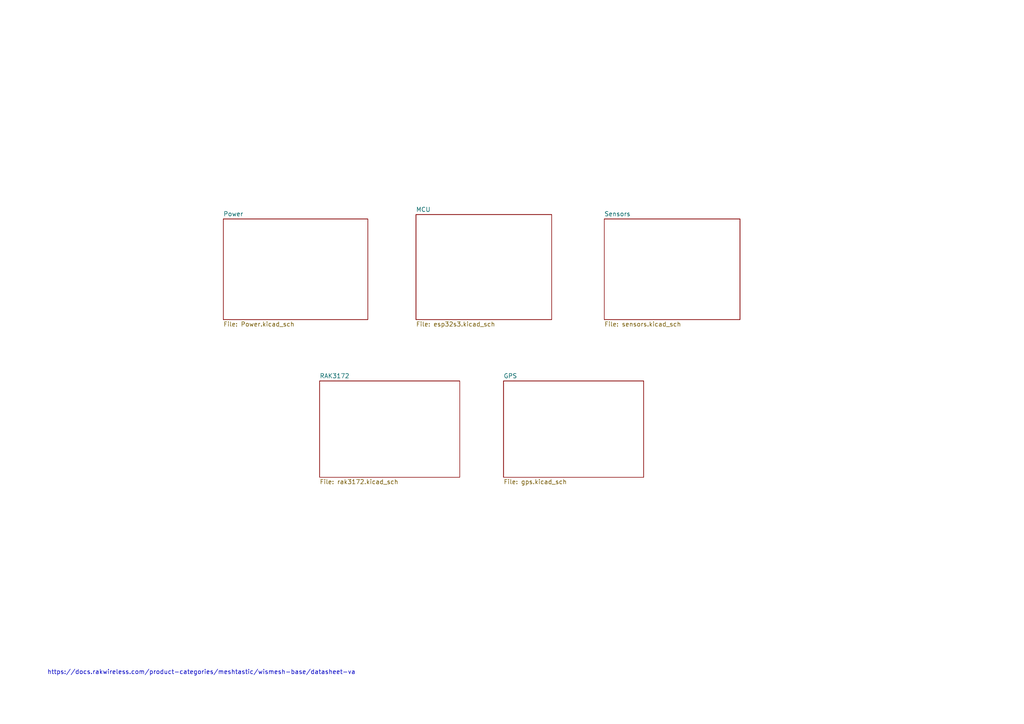
<source format=kicad_sch>
(kicad_sch
	(version 20250114)
	(generator "eeschema")
	(generator_version "9.0")
	(uuid "957a470a-f5e1-4244-98a4-58e4cab838b7")
	(paper "A4")
	(lib_symbols)
	(text "https://docs.rakwireless.com/product-categories/meshtastic/wismesh-base/datasheet-va"
		(exclude_from_sim no)
		(at 58.42 195.072 0)
		(effects
			(font
				(size 1.27 1.27)
			)
		)
		(uuid "173e18ac-a8c5-4e4d-b88e-da1599cbfb95")
	)
	(sheet
		(at 92.71 110.49)
		(size 40.64 27.94)
		(exclude_from_sim no)
		(in_bom yes)
		(on_board yes)
		(dnp no)
		(fields_autoplaced yes)
		(stroke
			(width 0.1524)
			(type solid)
		)
		(fill
			(color 0 0 0 0.0000)
		)
		(uuid "0094f98e-9faf-4d98-bbf8-12d461e4d580")
		(property "Sheetname" "RAK3172"
			(at 92.71 109.7784 0)
			(effects
				(font
					(size 1.27 1.27)
				)
				(justify left bottom)
			)
		)
		(property "Sheetfile" "rak3172.kicad_sch"
			(at 92.71 139.0146 0)
			(effects
				(font
					(size 1.27 1.27)
				)
				(justify left top)
			)
		)
		(instances
			(project "lorawan_sensor_node-v2"
				(path "/957a470a-f5e1-4244-98a4-58e4cab838b7"
					(page "4")
				)
			)
		)
	)
	(sheet
		(at 120.65 62.23)
		(size 39.37 30.48)
		(exclude_from_sim no)
		(in_bom yes)
		(on_board yes)
		(dnp no)
		(fields_autoplaced yes)
		(stroke
			(width 0.1524)
			(type solid)
		)
		(fill
			(color 0 0 0 0.0000)
		)
		(uuid "23cb51a1-1bab-44e6-81d2-faa799b7de1b")
		(property "Sheetname" "MCU"
			(at 120.65 61.5184 0)
			(effects
				(font
					(size 1.27 1.27)
				)
				(justify left bottom)
			)
		)
		(property "Sheetfile" "esp32s3.kicad_sch"
			(at 120.65 93.2946 0)
			(effects
				(font
					(size 1.27 1.27)
				)
				(justify left top)
			)
		)
		(instances
			(project "lorawan_sensor_node-v2"
				(path "/957a470a-f5e1-4244-98a4-58e4cab838b7"
					(page "2")
				)
			)
		)
	)
	(sheet
		(at 64.77 63.5)
		(size 41.91 29.21)
		(exclude_from_sim no)
		(in_bom yes)
		(on_board yes)
		(dnp no)
		(fields_autoplaced yes)
		(stroke
			(width 0.1524)
			(type solid)
		)
		(fill
			(color 0 0 0 0.0000)
		)
		(uuid "604ee413-cbd7-4537-ab23-d4a51e685fec")
		(property "Sheetname" "Power"
			(at 64.77 62.7884 0)
			(effects
				(font
					(size 1.27 1.27)
				)
				(justify left bottom)
			)
		)
		(property "Sheetfile" "Power.kicad_sch"
			(at 64.77 93.2946 0)
			(effects
				(font
					(size 1.27 1.27)
				)
				(justify left top)
			)
		)
		(instances
			(project "lorawan_sensor_node-v2"
				(path "/957a470a-f5e1-4244-98a4-58e4cab838b7"
					(page "3")
				)
			)
		)
	)
	(sheet
		(at 175.26 63.5)
		(size 39.37 29.21)
		(exclude_from_sim no)
		(in_bom yes)
		(on_board yes)
		(dnp no)
		(fields_autoplaced yes)
		(stroke
			(width 0.1524)
			(type solid)
		)
		(fill
			(color 0 0 0 0.0000)
		)
		(uuid "6c83e32b-95e0-497f-89a4-dc1ee46a0975")
		(property "Sheetname" "Sensors"
			(at 175.26 62.7884 0)
			(effects
				(font
					(size 1.27 1.27)
				)
				(justify left bottom)
			)
		)
		(property "Sheetfile" "sensors.kicad_sch"
			(at 175.26 93.2946 0)
			(effects
				(font
					(size 1.27 1.27)
				)
				(justify left top)
			)
		)
		(instances
			(project "lorawan_sensor_node-v2"
				(path "/957a470a-f5e1-4244-98a4-58e4cab838b7"
					(page "6")
				)
			)
		)
	)
	(sheet
		(at 146.05 110.49)
		(size 40.64 27.94)
		(exclude_from_sim no)
		(in_bom yes)
		(on_board yes)
		(dnp no)
		(fields_autoplaced yes)
		(stroke
			(width 0.1524)
			(type solid)
		)
		(fill
			(color 0 0 0 0.0000)
		)
		(uuid "ab114b14-520b-4556-9c54-22caa0cae9f8")
		(property "Sheetname" "GPS"
			(at 146.05 109.7784 0)
			(effects
				(font
					(size 1.27 1.27)
				)
				(justify left bottom)
			)
		)
		(property "Sheetfile" "gps.kicad_sch"
			(at 146.05 139.0146 0)
			(effects
				(font
					(size 1.27 1.27)
				)
				(justify left top)
			)
		)
		(instances
			(project "lorawan_sensor_node-v2"
				(path "/957a470a-f5e1-4244-98a4-58e4cab838b7"
					(page "5")
				)
			)
		)
	)
	(sheet_instances
		(path "/"
			(page "1")
		)
	)
	(embedded_fonts no)
)

</source>
